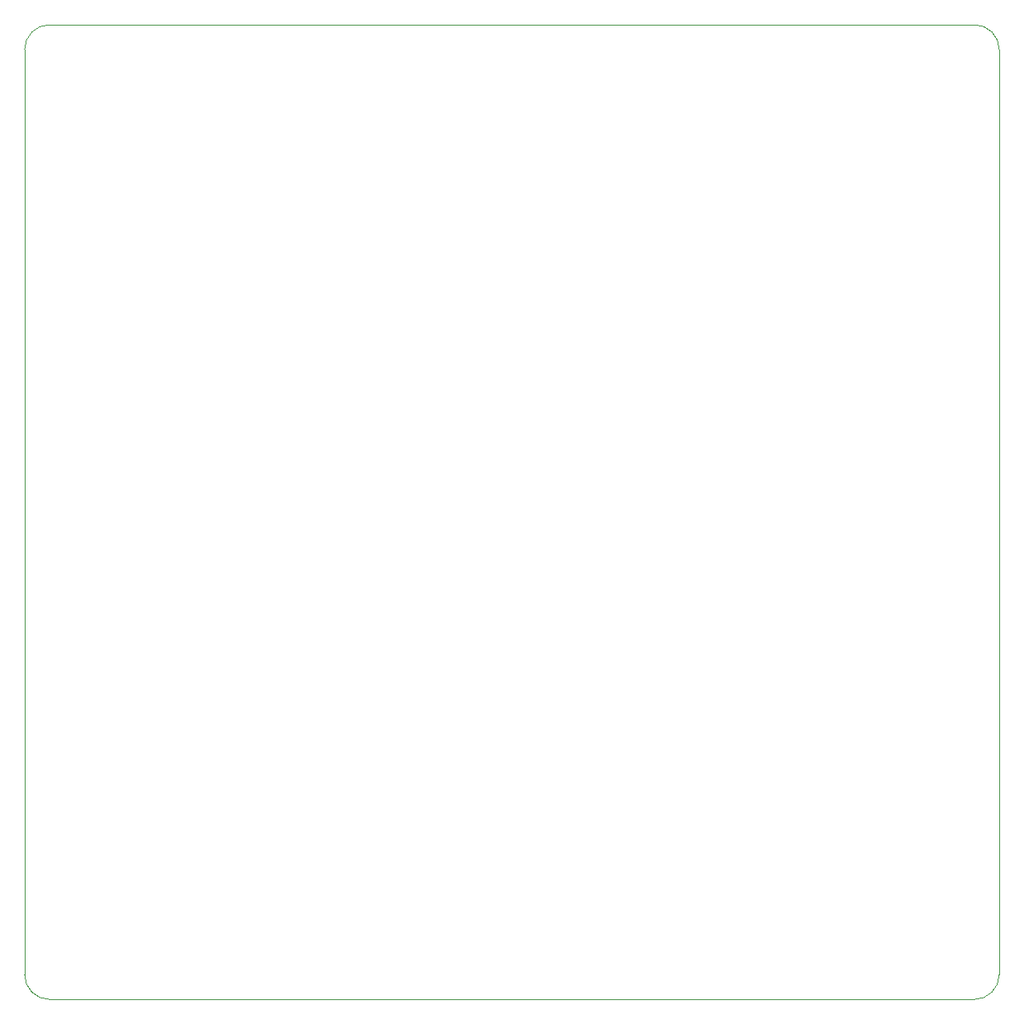
<source format=gbr>
G04 #@! TF.GenerationSoftware,KiCad,Pcbnew,(5.1.5-0-10_14)*
G04 #@! TF.CreationDate,2019-12-18T14:27:56+09:00*
G04 #@! TF.ProjectId,my_keybov2,6d795f6b-6579-4626-9f76-322e6b696361,rev?*
G04 #@! TF.SameCoordinates,Original*
G04 #@! TF.FileFunction,Profile,NP*
%FSLAX46Y46*%
G04 Gerber Fmt 4.6, Leading zero omitted, Abs format (unit mm)*
G04 Created by KiCad (PCBNEW (5.1.5-0-10_14)) date 2019-12-18 14:27:56*
%MOMM*%
%LPD*%
G04 APERTURE LIST*
%ADD10C,0.050000*%
G04 APERTURE END LIST*
D10*
X70104000Y-146736000D02*
X165024000Y-146736000D01*
X67564000Y-49276000D02*
X67564000Y-144196000D01*
X167564000Y-144196000D02*
X167564000Y-49276000D01*
X70104000Y-46736000D02*
X165024000Y-46736000D01*
X70104000Y-146736000D02*
G75*
G02X67564000Y-144196000I0J2540000D01*
G01*
X167564000Y-144196000D02*
G75*
G02X165024000Y-146736000I-2540000J0D01*
G01*
X165024000Y-46736000D02*
G75*
G02X167564000Y-49276000I0J-2540000D01*
G01*
X67564000Y-49276000D02*
G75*
G02X70104000Y-46736000I2540000J0D01*
G01*
M02*

</source>
